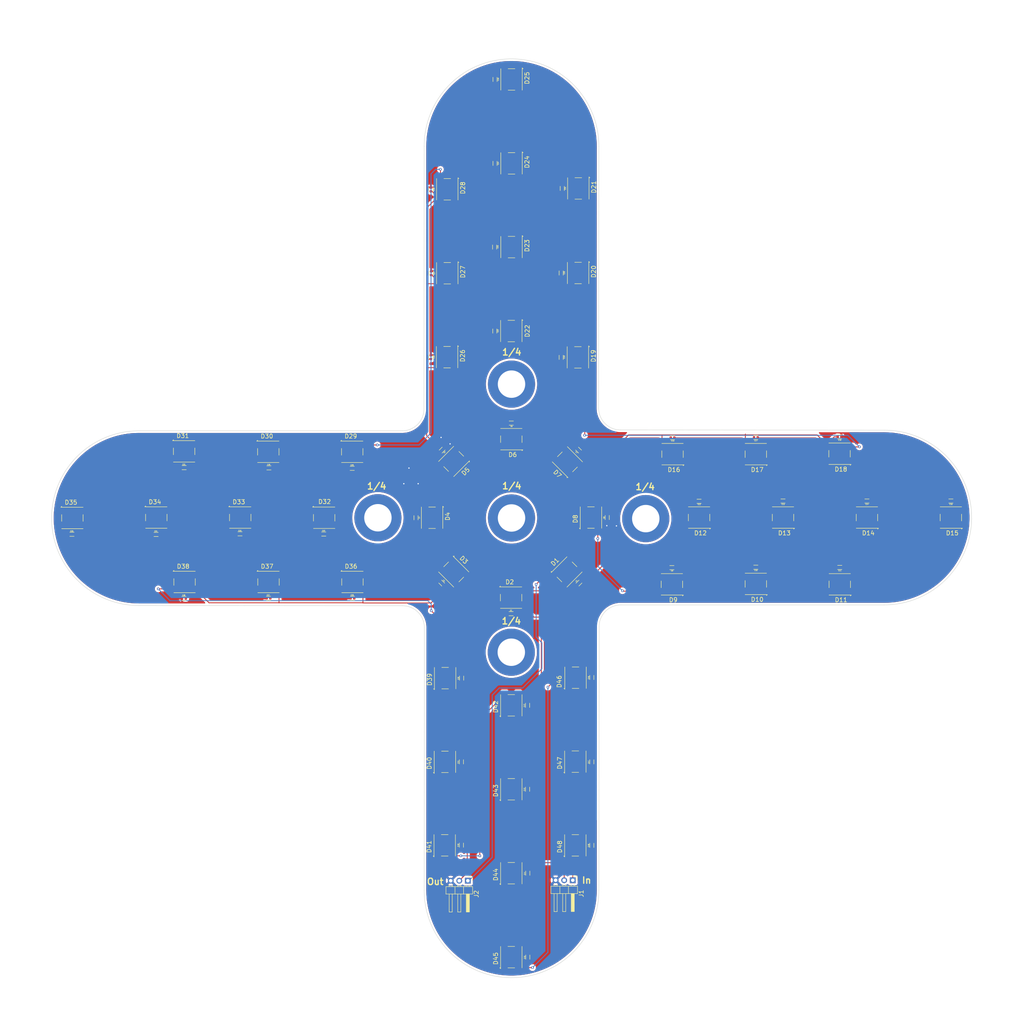
<source format=kicad_pcb>
(kicad_pcb (version 20241229) (generator "pcbnew") (generator_version "9.0")
  (title_block (date "2025-05-08"))
  (layers (0 "F.Cu" signal) (2 "B.Cu" signal) (13 "F.Paste" user) (15 "B.Paste" user) (5 "F.SilkS" user "F.Silkscreen") (7 "B.SilkS" user "B.Silkscreen") (1 "F.Mask" user) (3 "B.Mask" user) (25 "Edge.Cuts" user))
  (net 0 "")
  (net 1 "Net-(D1-DIN)")
  (net 2 "GND")
  (net 3 "Net-(D1-DOUT)")
  (net 4 "+5V")
  (net 5 "Net-(D2-DIN)")
  (net 6 "Net-(D10-DIN)")
  (net 7 "Net-(D3-DIN)")
  (net 8 "Net-(D5-DIN)")
  (net 9 "Net-(D6-DIN)")
  (net 10 "Net-(D4-DIN)")
  (net 11 "Net-(D7-DIN)")
  (net 12 "Net-(D10-DOUT)")
  (net 13 "Net-(D17-DIN)")
  (net 14 "Net-(D11-DIN)")
  (net 15 "Net-(D8-DIN)")
  (net 16 "Net-(D18-DIN)")
  (net 17 "Net-(D12-DIN)")
  (net 18 "Net-(D13-DIN)")
  (net 19 "Net-(D19-DIN)")
  (net 20 "Net-(D14-DIN)")
  (net 21 "Net-(D15-DIN)")
  (net 22 "Net-(D16-DIN)")
  (net 23 "Net-(D20-DIN)")
  (net 24 "Net-(D27-DIN)")
  (net 25 "Net-(D21-DIN)")
  (net 26 "Net-(D28-DIN)")
  (net 27 "Net-(D22-DIN)")
  (net 28 "Net-(D29-DIN)")
  (net 29 "Net-(D23-DIN)")
  (net 30 "Net-(D24-DIN)")
  (net 31 "Net-(D25-DIN)")
  (net 32 "Net-(D26-DIN)")
  (net 33 "Net-(D30-DIN)")
  (net 34 "Net-(D34-DIN)")
  (net 35 "Net-(D31-DIN)")
  (net 36 "Net-(D32-DIN)")
  (net 37 "Net-(D37-DIN)")
  (net 38 "Net-(D33-DIN)")
  (net 39 "Net-(D38-DIN)")
  (net 40 "Net-(D35-DIN)")
  (net 41 "Net-(D36-DIN)")
  (net 42 "Net-(D39-DIN)")
  (net 43 "Net-(D40-DIN)")
  (net 44 "Net-(D41-DIN)")
  (net 45 "Net-(D42-DIN)")
  (net 46 "Net-(D43-DIN)")
  (net 47 "Net-(D44-DIN)")
  (net 48 "Net-(D45-DIN)")
  (net 49 "Net-(D46-DIN)")
  (net 50 "Net-(D47-DIN)")
  (net 51 "Net-(D48-DIN)")
  (footprint "Library:NeoPixal_1655" (layer "F.Cu") (at 194.5 150.35 -90)
    (property "Reference" "D4")
    (property "Value" "1655")
  )
  (footprint "custom:CL05B104KO5NNNC" (layer "F.Cu") (at 156.3 169.15)
    (property "Reference" "C37")
    (property "Value" "C_Small")
  )
  (footprint "custom:CL05B104KO5NNNC" (layer "F.Cu") (at 156.4 138.7)
    (property "Reference" "C30")
    (property "Value" "C_Small")
  )
  (footprint "Library:NeoPixal_1655" (layer "F.Cu") (at 231.6 150.3 90)
    (property "Reference" "D8")
    (property "Value" "1655")
  )
  (footprint "custom:CL05B104KO5NNNC" (layer "F.Cu") (at 169.2 154.15)
    (property "Reference" "C32")
    (property "Value" "C_Small")
  )
  (footprint "Library:NeoPixal_1655" (layer "F.Cu") (at 226.1 137.3 135)
    (property "Reference" "D7")
    (property "Value" "1655")
  )
  (footprint "custom:CL05B104KO5NNNC" (layer "F.Cu") (at 110.4 154.2)
    (property "Reference" "C35")
    (property "Value" "C_Small")
  )
  (footprint "Library:NeoPixal_1655" (layer "F.Cu") (at 213 233.35 90)
    (property "Reference" "D44")
    (property "Value" "1655")
  )
  (footprint "custom:CL05B104KO5NNNC" (layer "F.Cu") (at 209.1 87.15 -90)
    (property "Reference" "C23")
    (property "Value" "C_Small")
  )
  (footprint "custom:CL05B104KO5NNNC" (layer "F.Cu") (at 136.55 169.2)
    (property "Reference" "C38")
    (property "Value" "C_Small")
  )
  (footprint "custom:CL05B104KO5NNNC" (layer "F.Cu") (at 149.65 154.1)
    (property "Reference" "C33")
    (property "Value" "C_Small")
  )
  (footprint "custom:CL05B104KO5NNNC" (layer "F.Cu") (at 216.8 194.15 90)
    (property "Reference" "C42")
    (property "Value" "C_Small")
  )
  (footprint "custom:CL05B104KO5NNNC" (layer "F.Cu") (at 235.4 150.3 90)
    (property "Reference" "C8")
    (property "Value" "C_Small")
  )
  (footprint "Library:NeoPixal_1655" (layer "F.Cu") (at 197.55 187.8 90)
    (property "Reference" "D39")
    (property "Value" "1655")
  )
  (footprint "Library:NeoPixal_1655" (layer "F.Cu") (at 250.65 135.5 180)
    (property "Reference" "D16")
    (property "Value" "1655")
  )
  (footprint "custom:CL05B104KO5NNNC" (layer "F.Cu") (at 216.85 233.35 90)
    (property "Reference" "C44")
    (property "Value" "C_Small")
  )
  (footprint "custom:CL05B104KO5NNNC" (layer "F.Cu") (at 212.95 172.75)
    (property "Reference" "C2")
    (property "Value" "C_Small")
  )
  (footprint "Library:NeoPixal_1655" (layer "F.Cu") (at 136.7 165.35)
    (property "Reference" "D38")
    (property "Value" "1655")
  )
  (footprint "custom:CL05B104KO5NNNC" (layer "F.Cu") (at 190.75 150.35 -90)
    (property "Reference" "C4")
    (property "Value" "C_Small")
  )
  (footprint "Library:NeoPixal_1655" (layer "F.Cu") (at 226 163 45)
    (property "Reference" "D1")
    (property "Value" "1655")
  )
  (footprint "custom:CL05B104KO5NNNC" (layer "F.Cu") (at 228.7 134.55 135)
    (property "Reference" "C7")
    (property "Value" "C_Small")
  )
  (footprint "custom:CL05B104KO5NNNC" (layer "F.Cu") (at 130.05 154.25)
    (property "Reference" "C34")
    (property "Value" "C_Small")
  )
  (footprint "Library:NeoPixal_1655" (layer "F.Cu") (at 156.3 165.35)
    (property "Reference" "D37")
    (property "Value" "1655")
  )
  (footprint "custom:CL05B104KO5NNNC" (layer "F.Cu") (at 209.2 48 -90)
    (property "Reference" "C25")
    (property "Value" "C_Small")
  )
  (footprint "Library:NeoPixal_1655" (layer "F.Cu") (at 256.85 150.3 180)
    (property "Reference" "D12")
    (property "Value" "1655")
  )
  (footprint "Library:NeoPixal_1655" (layer "F.Cu") (at 136.6 134.85)
    (property "Reference" "D31")
    (property "Value" "1655")
  )
  (footprint "custom:CL05B104KO5NNNC" (layer "F.Cu") (at 175.9 169.15)
    (property "Reference" "C36")
    (property "Value" "C_Small")
  )
  (footprint "Library:NeoPixal_1655" (layer "F.Cu") (at 213 106.75 -90)
    (property "Reference" "D22")
    (property "Value" "1655")
  )
  (footprint "Library:NeoPixal_1655" (layer "F.Cu") (at 149.7 150.3)
    (property "Reference" "D33")
    (property "Value" "1655")
  )
  (footprint "custom:CL05B104KO5NNNC" (layer "F.Cu") (at 231.8 226.85 90)
    (property "Reference" "C48")
    (property "Value" "C_Small")
  )
  (footprint "custom:CL05B104KO5NNNC" (layer "F.Cu") (at 270.1 131.6 180)
    (property "Reference" "C17")
    (property "Value" "C_Small")
  )
  (footprint "custom:CL05B104KO5NNNC" (layer "F.Cu") (at 276.45 146.45 180)
    (property "Reference" "C13")
    (property "Value" "C_Small")
  )
  (footprint "Library:NeoPixal_1655" (layer "F.Cu") (at 228 187.7 90)
    (property "Reference" "D46")
    (property "Value" "1655")
  )
  (footprint "custom:CL05B104KO5NNNC" (layer "F.Cu") (at 228.8 165.6 45)
    (property "Reference" "C1")
    (property "Value" "C_Small")
  )
  (footprint "Library:NeoPixal_1655" (layer "F.Cu") (at 250.5 165.9 180)
    (property "Reference" "D9")
    (property "Value" "1655")
  )
  (footprint "Library:NeoPixal_1655" (layer "F.Cu") (at 213 252.95 90)
    (property "Reference" "D45")
    (property "Value" "1655")
  )
  (footprint "custom:CL05B104KO5NNNC" (layer "F.Cu") (at 224.9 73.45 -90)
    (property "Reference" "C21")
    (property "Value" "C_Small")
  )
  (footprint "Library:NeoPixal_1655" (layer "F.Cu") (at 212.95 169)
    (property "Reference" "D2")
    (property "Value" "1655")
  )
  (footprint "custom:CL05B104KO5NNNC" (layer "F.Cu") (at 231.8 207.35 90)
    (property "Reference" "C47")
    (property "Value" "C_Small")
  )
  (footprint "Library:NeoPixal_1655" (layer "F.Cu") (at 156.25 134.95)
    (property "Reference" "D30")
    (property "Value" "1655")
  )
  (footprint "custom:CL05B104KO5NNNC" (layer "F.Cu") (at 201.35 207.35 90)
    (property "Reference" "C41")
    (property "Value" "C_Small")
  )
  (footprint "custom:CL05B104KO5NNNC" (layer "F.Cu") (at 201.4 187.8 90)
    (property "Reference" "C39")
    (property "Value" "C_Small")
  )
  (footprint "custom:CL05B104KO5NNNC" (layer "F.Cu") (at 256.85 146.5 180)
    (property "Reference" "C12")
    (property "Value" "C_Small")
  )
  (footprint "MountingHole:MountingHole_6.4mm_M6_DIN965_Pad" (layer "F.Cu") (at 213.05 119.15)
    (property "Reference" "REF**" (hide yes))
    (property "Value" "MountingHole_6.4mm_M6_DIN965_Pad")
  )
  (footprint "Library:NeoPixal_1655" (layer "F.Cu") (at 213.05 67.6 -90)
    (property "Reference" "D24")
    (property "Value" "1655")
  )
  (footprint "custom:CL05B104KO5NNNC" (layer "F.Cu") (at 209.15 106.75 -90)
    (property "Reference" "C22")
    (property "Value" "C_Small")
  )
  (footprint "Library:NeoPixal_1655" (layer "F.Cu") (at 270.1 165.8 180)
    (property "Reference" "D10")
    (property "Value" "1655")
  )
  (footprint "Library:NeoPixal_1655" (layer "F.Cu") (at 197.5 207.35 90)
    (property "Reference" "D40")
    (property "Value" "1655")
  )
  (footprint "Library:NeoPixal_1655" (layer "F.Cu") (at 270.1 135.5 180)
    (property "Reference" "D17")
    (property "Value" "1655")
  )
  (footprint "custom:CL05B104KO5NNNC" (layer "F.Cu") (at 194.2 73.7 -90)
    (property "Reference" "C28")
    (property "Value" "C_Small")
  )
  (footprint "Library:NeoPixal_1655" (layer "F.Cu") (at 199.55 137.2 -135)
    (property "Reference" "D5")
    (property "Value" "1655")
  )
  (footprint "Library:NeoPixal_1655" (layer "F.Cu") (at 315.65 150.3 180)
    (property "Reference" "D15")
    (property "Value" "1655")
  )
  (footprint "custom:CL05B104KO5NNNC" (layer "F.Cu") (at 194.2 112.85 -90)
    (property "Reference" "C26")
    (property "Value" "C_Small")
  )
  (footprint "custom:CL05B104KO5NNNC" (layer "F.Cu") (at 216.85 252.95 90)
    (property "Reference" "C45")
    (property "Value" "C_Small")
  )
  (footprint "custom:CL05B104KO5NNNC" (layer "F.Cu") (at 250.5 162 180)
    (property "Reference" "C9")
    (property "Value" "C_Small")
  )
  (footprint "custom:CL05B104KO5NNNC" (layer "F.Cu") (at 209.2 67.6 -90)
    (property "Reference" "C24")
    (property "Value" "C_Small")
  )
  (footprint "Library:NeoPixal_1655" (layer "F.Cu") (at 227.95 226.85 90)
    (property "Reference" "D48")
    (property "Value" "1655")
  )
  (footprint "Library:NeoPixal_1655" (layer "F.Cu") (at 213.05 87.15 -90)
    (property "Reference" "D23")
    (property "Value" "1655")
  )
  (footprint "Library:NeoPixal_1655" (layer "F.Cu") (at 198.05 73.65 -90)
    (property "Reference" "D28")
    (property "Value" "1655")
  )
  (footprint "custom:CL05B104KO5NNNC" (layer "F.Cu") (at 136.6 138.65)
    (property "Reference" "C31")
    (property "Value" "C_Small")
  )
  (footprint "MountingHole:MountingHole_6.4mm_M6_DIN965_Pad" (layer "F.Cu") (at 213 181.75)
    (property "Reference" "REF**" (hide yes))
    (property "Value" "MountingHole_6.4mm_M6_DIN965_Pad")
  )
  (footprint "Library:NeoPixal_1655" (layer "F.Cu") (at 213.05 48 -90)
    (property "Reference" "D25")
    (property "Value" "1655")
  )
  (footprint "Library:NeoPixal_1655" (layer "F.Cu") (at 296.05 150.3 180)
    (property "Reference" "D14")
    (property "Value" "1655")
  )
  (footprint "Library:NeoPixal_1655" (layer "F.Cu") (at 213 132 180)
    (property "Reference" "D6")
    (property "Value" "1655")
  )
  (footprint "Library:NeoPixal_1655" (layer "F.Cu") (at 110.5 150.4)
    (property "Reference" "D35")
    (property "Value" "1655")
  )
  (footprint "Library:NeoPixal_1655" (layer "F.Cu") (at 276.45 150.3 180)
    (property "Reference" "D13")
    (property "Value" "1655")
  )
  (footprint "Library:NeoPixal_1655" (layer "F.Cu") (at 175.85 134.95)
    (property "Reference" "D29")
    (property "Value" "1655")
  )
  (footprint "custom:CL05B104KO5NNNC" (layer "F.Cu") (at 196.85 134.55 -135)
    (property "Reference" "C5")
    (property "Value" "C_Small")
  )
  (footprint "Library:NeoPixal_1655" (layer "F.Cu") (at 289.7 165.9 180)
    (property "Reference" "D11")
    (property "Value" "1655")
  )
  (footprint "custom:CL05B104KO5NNNC" (layer "F.Cu") (at 250.65 131.65 180)
    (property "Reference" "C16")
    (property "Value" "C_Small")
  )
  (footprint "MountingHole:MountingHole_6.4mm_M6_DIN965_Pad" (layer "F.Cu") (at 244.4 150.55 180)
    (property "Reference" "REF**" (hide yes))
    (property "Value" "MountingHole_6.4mm_M6_DIN965_Pad")
  )
  (footprint "Library:NeoPixal_1655" (layer "F.Cu") (at 199.55 163 -45)
    (property "Reference" "D3")
    (property "Value" "1655")
  )
  (footprint "MountingHole:MountingHole_6.4mm_M6_DIN965_Pad" (layer "F.Cu") (at 213.05 150.4)
    (property "Reference" "REF**" (hide yes))
    (property "Value" "MountingHole_6.4mm_M6_DIN965_Pad")
  )
  (footprint "Library:NeoPixal_1655" (layer "F.Cu") (at 228.6 93.2 -90)
    (property "Reference" "D20")
    (property "Value" "1655")
  )
  (footprint "Library:NeoPixal_1655" (layer "F.Cu") (at 227.95 207.3 90)
    (property "Reference" "D47")
    (property "Value" "1655")
  )
  (footprint "Library:NeoPixal_1655" (layer "F.Cu") (at 198.05 93.25 -90)
    (property "Reference" "D27")
    (property "Value" "1655")
  )
  (footprint "Connector_PinHeader_2.00mm:PinHeader_1x03_P2.00mm_Horizontal" (layer "F.Cu") (at 202.85 235.1 -90)
    (property "Reference" "J2")
    (property "Value" "Conn_01x03_Pin")
  )
  (footprint "Library:NeoPixal_1655" (layer "F.Cu") (at 228.55 112.9 -90)
    (property "Reference" "D19")
    (property "Value" "1655")
  )
  (footprint "custom:CL05B104KO5NNNC" (layer "F.Cu") (at 296.05 146.45 180)
    (property "Reference" "C14")
    (property "Value" "C_Small")
  )
  (footprint "Library:NeoPixal_1655" (layer "F.Cu") (at 198 112.85 -90)
    (property "Reference" "D26")
    (property "Value" "1655")
  )
  (footprint "custom:CL05B104KO5NNNC" (layer "F.Cu") (at 175.85 138.8)
    (property "Reference" "C29")
    (property "Value" "C_Small")
  )
  (footprint "custom:CL05B104KO5NNNC" (layer "F.Cu") (at 270.1 161.9 180)
    (property "Reference" "C10")
    (property "Value" "C_Small")
  )
  (footprint "Library:NeoPixal_1655" (layer "F.Cu") (at 197.45 226.84 90)
    (property "Reference" "D41")
    (property "Value" "1655")
  )
  (footprint "custom:CL05B104KO5NNNC" (layer "F.Cu") (at 224.65 112.9 -90)
    (property "Reference" "C19")
    (property "Value" "C_Small")
  )
  (footprint "custom:CL05B104KO5NNNC" (layer "F.Cu") (at 224.65 93.2 -90)
    (property "Reference" "C20")
    (property "Value" "C_Small")
  )
  (footprint "custom:CL05B104KO5NNNC" (layer "F.Cu") (at 213 128.25 180)
    (property "Reference" "C6")
    (property "Value" "C_Small")
  )
  (footprint "Library:NeoPixal_1655" (layer "F.Cu") (at 130.1 150.3)
    (property "Reference" "D34")
    (property "Value" "1655")
  )
  (footprint "Connector_PinHeader_2.00mm:PinHeader_1x03_P2.00mm_Horizontal" (layer "F.Cu") (at 227.35 235 -90)
    (property "Reference" "J1")
    (property "Value" "Conn_01x03_Pin")
  )
  (footprint "custom:CL05B104KO5NNNC" (layer "F.Cu") (at 315.65 146.45 180)
    (property "Reference" "C15")
    (property "Value" "C_Small")
  )
  (footprint "Library:NeoPixal_1655" (layer "F.Cu") (at 175.9 165.35)
    (property "Reference" "D36")
    (property "Value" "1655")
  )
  (footprint "Library:NeoPixal_1655" (layer "F.Cu") (at 169.3 150.35)
    (property "Reference" "D32")
    (property "Value" "1655")
  )
  (footprint "custom:CL05B104KO5NNNC" (layer "F.Cu") (at 194.3 93.25 -90)
    (property "Reference" "C27")
    (property "Value" "C_Small")
  )
  (footprint "Library:NeoPixal_1655" (layer "F.Cu") (at 228.65 73.45 -90)
    (property "Reference" "D21")
    (property "Value" "1655")
  )
  (footprint "custom:CL05B104KO5NNNC" (layer "F.Cu") (at 201.35 226.8 90)
    (property "Reference" "C40")
    (property "Value" "C_Small")
  )
  (footprint "MountingHole:MountingHole_6.4mm_M6_DIN965_Pad" (layer "F.Cu") (at 181.85 150.35)
    (property "Reference" "REF**" (hide yes))
    (property "Value" "MountingHole_6.4mm_M6_DIN965_Pad")
  )
  (footprint "custom:CL05B104KO5NNNC" (layer "F.Cu") (at 216.8 213.75 90)
    (property "Reference" "C43")
    (property "Value" "C_Small")
  )
  (footprint "custom:CL05B104KO5NNNC" (layer "F.Cu") (at 196.75 165.6 -45)
    (property "Reference" "C3")
    (property "Value" "C_Small")
  )
  (footprint "Library:NeoPixal_1655" (layer "F.Cu") (at 289.65 135.4 180)
    (property "Reference" "D18")
    (property "Value" "1655")
  )
  (footprint "custom:CL05B104KO5NNNC" (layer "F.Cu") (at 289.7 161.95 180)
    (property "Reference" "C11")
    (property "Value" "C_Small")
  )
  (footprint "Library:NeoPixal_1655" (layer "F.Cu") (at 213 194.15 90)
    (property "Reference" "D42")
    (property "Value" "1655")
  )
  (footprint "Library:NeoPixal_1655" (layer "F.Cu") (at 213 213.75 90)
    (property "Reference" "D43")
    (property "Value" "1655")
  )
  (footprint "custom:CL05B104KO5NNNC" (layer "F.Cu") (at 231.8 187.65 90)
    (property "Reference" "C46")
    (property "Value" "C_Small")
  )
  (footprint "custom:CL05B104KO5NNNC" (layer "F.Cu") (at 289.65 131.45 180)
    (property "Reference" "C18")
    (property "Value" "C_Small")
  )
  (gr_arc (start 126.05 170.85) (mid 105.65 150.45) (end 126.05 130.05) (stroke (width 0.1)) (layer "Edge.Cuts"))
  (gr_arc (start 233.45 237.35) (mid 213.05 257.75) (end 192.65 237.35) (stroke (width 0.1)) (layer "Edge.Cuts"))
  (gr_line (start 187.593755 170.9) (end 126.05 170.85) (stroke (width 0.1)) (layer "Edge.Cuts"))
  (gr_arc (start 233.506245 175.8) (mid 235 172.193755) (end 238.606245 170.7) (stroke (width 0.1)) (layer "Edge.Cuts"))
  (gr_arc (start 192.649755 63.600245) (mid 213.05 43.2) (end 233.450245 63.600245) (stroke (width 0.1)) (layer "Edge.Cuts"))
  (gr_line (start 300.1 129.9) (end 238.506245 129.843755) (stroke (width 0.1)) (layer "Edge.Cuts"))
  (gr_line (start 300.1 170.7) (end 238.606245 170.7) (stroke (width 0.1)) (layer "Edge.Cuts"))
  (gr_line (start 233.406245 124.75) (end 233.450245 63.600245) (stroke (width 0.1)) (layer "Edge.Cuts"))
  (gr_arc (start 192.6 124.95) (mid 191.106245 128.556245) (end 187.5 130.05) (stroke (width 0.1)) (layer "Edge.Cuts"))
  (gr_line (start 192.65 237.35) (end 192.693755 176) (stroke (width 0.1)) (layer "Edge.Cuts"))
  (gr_arc (start 238.506245 129.843755) (mid 234.898185 128.351847) (end 233.406245 124.7438) (stroke (width 0.1)) (layer "Edge.Cuts"))
  (gr_line (start 233.450245 237.349755) (end 233.506245 175.8) (stroke (width 0.1)) (layer "Edge.Cuts"))
  (gr_arc (start 187.593755 170.9) (mid 191.2 172.393755) (end 192.693755 176) (stroke (width 0.1)) (layer "Edge.Cuts"))
  (gr_arc (start 300.1 129.9) (mid 320.5 150.3) (end 300.1 170.7) (stroke (width 0.1)) (layer "Edge.Cuts"))
  (gr_line (start 187.5 130.05) (end 126.05 130.05) (stroke (width 0.1)) (layer "Edge.Cuts"))
  (gr_line (start 192.601217 124.95) (end 192.649755 63.600245) (stroke (width 0.1)) (layer "Edge.Cuts"))
  (gr_text "1/4" (at 179.15 143.85 0) (layer "F.SilkS") (effects (font (size 1.5 1.5) (thickness 0.3) (bold yes)) (justify left bottom)))
  (gr_text "1/4" (at 241.85 144 0) (layer "F.SilkS") (effects (font (size 1.5 1.5) (thickness 0.3) (bold yes)) (justify left bottom)))
  (gr_text "In" (at 229.35 235.9 0) (layer "F.SilkS") (effects (font (size 1.5 1.5) (thickness 0.3) (bold yes)) (justify left bottom)))
  (gr_text "1/4" (at 210.6 175.35 0) (layer "F.SilkS") (effects (font (size 1.5 1.5) (thickness 0.3) (bold yes)) (justify left bottom)))
  (gr_text "1/4" (at 210.7 112.55 0) (layer "F.SilkS") (effects (font (size 1.5 1.5) (thickness 0.3) (bold yes)) (justify left bottom)))
  (gr_text "Out" (at 193.15 236.2 0) (layer "F.SilkS") (effects (font (size 1.5 1.5) (thickness 0.3) (bold yes)) (justify left bottom)))
  (gr_text "1/4" (at 210.7 143.8 0) (layer "F.SilkS") (effects (font (size 1.5 1.5) (thickness 0.3) (bold yes)) (justify left bottom)))
  (segment (start 223.862741 167.4) (end 225.398959 165.863782) (width 0.2) (layer "F.Cu") (net 1))
  (segment (start 215.4 167.4) (end 223.862741 167.4) (width 0.2) (layer "F.Cu") (net 1))
  (via (at 187.9 142.4) (size 0.6) (drill 0.3) (layers "F.Cu" "B.Cu") (net 2))
  (via (at 196.6 131.6) (size 0.6) (drill 0.3) (layers "F.Cu" "B.Cu") (net 2))
  (via (at 189.1 138.75) (size 0.6) (drill 0.3) (layers "F.Cu" "B.Cu") (net 2))
  (via (at 191.25 142.4) (size 0.6) (drill 0.3) (layers "F.Cu" "B.Cu") (net 2))
  (via (at 237.55 152.25) (size 0.6) (drill 0.3) (layers "F.Cu" "B.Cu") (net 2))
  (via (at 235.3 152.2) (size 0.6) (drill 0.3) (layers "F.Cu" "B.Cu") (net 2))
  (via (at 198.7 133.1) (size 0.6) (drill 0.3) (layers "F.Cu" "B.Cu") (net 2))
  (segment (start 226.601041 160.136218) (end 224.563782 160.136218) (width 0.2) (layer "F.Cu") (net 3))
  (segment (start 218.8 165.9) (end 224.563782 160.136218) (width 0.2) (layer "F.Cu") (net 3))
  (via (at 218.8 165.9) (size 0.6) (drill 0.3) (layers "F.Cu" "B.Cu") (net 3))
  (segment (start 210.2 190.1) (end 208.55 191.75) (width 0.2) (layer "B.Cu") (net 3))
  (segment (start 208.55 191.75) (end 208.55 229.65) (width 0.2) (layer "B.Cu") (net 3))
  (segment (start 220.15 185.6) (end 215.65 190.1) (width 0.2) (layer "B.Cu") (net 3))
  (segment (start 208.55 229.65) (end 203.1 235.1) (width 0.2) (layer "B.Cu") (net 3))
  (segment (start 220.15 179.55) (end 220.15 185.6) (width 0.2) (layer "B.Cu") (net 3))
  (segment (start 215.65 190.1) (end 210.2 190.1) (width 0.2) (layer "B.Cu") (net 3))
  (segment (start 218.8 165.9) (end 218.8 178.2) (width 0.2) (layer "B.Cu") (net 3))
  (segment (start 218.8 178.2) (end 220.15 179.55) (width 0.2) (layer "B.Cu") (net 3))
  (segment (start 203.1 235.1) (end 202.85 235.1) (width 0.2) (layer "B.Cu") (net 3))
  (segment (start 177.05 157.15) (end 189.65 157.15) (width 0.2) (layer "F.Cu") (net 4))
  (segment (start 232.749 205.05) (end 232.749 185.25) (width 0.2) (layer "F.Cu") (net 4))
  (segment (start 293.65 145.6) (end 310.1 145.6) (width 0.2) (layer "F.Cu") (net 4))
  (segment (start 293.6 148.7) (end 293.6 145.65) (width 0.2) (layer "F.Cu") (net 4))
  (segment (start 178.3 136.55) (end 178.3 140.15) (width 0.2) (layer "F.Cu") (net 4))
  (segment (start 171.8 155.45) (end 152.25 155.45) (width 0.2) (layer "F.Cu") (net 4))
  (segment (start 193.343935 115.3) (end 193.293935 115.25) (width 0.2) (layer "F.Cu") (net 4))
  (segment (start 171.75 151.95) (end 171.75 155.4) (width 0.2) (layer "F.Cu") (net 4))
  (segment (start 176.28 138.8) (end 176.28 138.57) (width 0.2) (layer "F.Cu") (net 4))
  (segment (start 202.75 173.15) (end 202.75 185.3) (width 0.2) (layer "F.Cu") (net 4))
  (segment (start 130.48 154.25) (end 132.55 152.18) (width 0.2) (layer "F.Cu") (net 4))
  (segment (start 142.4 170.2) (end 139.15 166.95) (width 0.2) (layer "F.Cu") (net 4))
  (segment (start 218.15 211.3) (end 218.2 211.25) (width 0.2) (layer "F.Cu") (net 4))
  (segment (start 196 133.95) (end 194.425 135.525) (width 0.2) (layer "F.Cu") (net 4))
  (segment (start 287.25 164.3) (end 289.27 162.28) (width 0.2) (layer "F.Cu") (net 4))
  (segment (start 232.749 204.9) (end 232.749 205.05) (width 0.2) (layer "F.Cu") (net 4))
  (segment (start 227.835178 132.1) (end 227.85 132.1) (width 0.2) (layer "F.Cu") (net 4))
  (segment (start 214.83 250.5) (end 214.6 250.5) (width 0.2) (layer "F.Cu") (net 4))
  (segment (start 225.35 232.5) (end 223.75 230.9) (width 0.2) (layer "F.Cu") (net 4))
  (segment (start 193.292688 113.75) (end 193.277684 95.7) (width 0.2) (layer "F.Cu") (net 4))
  (segment (start 197.05 167.45) (end 202.75 173.15) (width 0.2) (layer "F.Cu") (net 4))
  (segment (start 310.1 145.6) (end 313.2 148.7) (width 0.2) (layer "F.Cu") (net 4))
  (segment (start 288.4 131.45) (end 289.22 131.45) (width 0.2) (layer "F.Cu") (net 4))
  (segment (start 197 167.4) (end 197.05 167.45) (width 0.2) (layer "F.Cu") (net 4))
  (segment (start 222.3 173.55) (end 229.575 166.275) (width 0.2) (layer "F.Cu") (net 4))
  (segment (start 208.2 109.2) (end 208.2 113.75) (width 0.2) (layer "F.Cu") (net 4))
  (segment (start 178.4 140.25) (end 177.85 140.25) (width 0.2) (layer "F.Cu") (net 4))
  (segment (start 229.104056 165.295944) (end 229.104056 162.639233) (width 0.2) (layer "F.Cu") (net 4))
  (segment (start 236.4 144.05) (end 236.4 140.65) (width 0.2) (layer "F.Cu") (net 4))
  (segment (start 216.62 213.32) (end 214.6 211.3) (width 0.2) (layer "F.Cu") (net 4))
  (segment (start 208.2 89.45) (end 208.2 89.25) (width 0.2) (layer "F.Cu") (net 4))
  (segment (start 193.250793 129.850851) (end 193.243935 121.6) (width 0.2) (layer "F.Cu") (net 4))
  (segment (start 209.2 68.03) (end 209.43 68.03) (width 0.2) (layer "F.Cu") (net 4))
  (segment (start 156.73 169.15) (end 156.73 168.97) (width 0.2) (layer "F.Cu") (net 4))
  (segment (start 152.15 151.9) (end 152.15 155.35) (width 0.2) (layer "F.Cu") (net 4))
  (segment (start 202.7 204.85) (end 202.7 224.4) (width 0.2) (layer "F.Cu") (net 4))
  (segment (start 287.2 132.65) (end 287.2 133.8) (width 0.2) (layer "F.Cu") (net 4))
  (segment (start 178.3 140.15) (end 178.4 140.25) (width 0.2) (layer "F.Cu") (net 4))
  (segment (start 274 148.7) (end 274 145.6) (width 0.2) (layer "F.Cu") (net 4))
  (segment (start 274 148.7) (end 276.02 146.68) (width 0.2) (layer "F.Cu") (net 4))
  (segment (start 256.42 146.68) (end 254.4 148.7) (width 0.2) (layer "F.Cu") (net 4))
  (segment (start 208.2 89.25) (end 208.2 109.2) (width 0.2) (layer "F.Cu") (net 4))
  (segment (start 136.98 169.12) (end 139.15 166.95) (width 0.2) (layer "F.Cu") (net 4))
  (segment (start 193.267168 77.982832) (end 195.15 76.1) (width 0.2) (layer "F.Cu") (net 4))
  (segment (start 236.4 147.85) (end 236.4 144.05) (width 0.2) (layer "F.Cu") (net 4))
  (segment (start 194.425 135.539823) (end 194.425 135.525) (width 0.2) (layer "F.Cu") (net 4))
  (segment (start 178.35 170.25) (end 194.25 170.25) (width 0.2) (layer "F.Cu") (net 4))
  (segment (start 194.2 113.28) (end 193.762688 113.28) (width 0.2) (layer "F.Cu") (net 4))
  (segment (start 267.65 133.62) (end 269.67 131.6) (width 0.2) (layer "F.Cu") (net 4))
  (segment (start 214.6 191.7) (end 218.15 191.7) (width 0.2) (layer "F.Cu") (net 4))
  (segment (start 196.45 95.7) (end 193.277684 95.7) (width 0.2) (layer "F.Cu") (net 4))
  (segment (start 249.85 145.6) (end 248.3 144.05) (width 0.2) (layer "F.Cu") (net 4))
  (segment (start 229.55 223.299) (end 229.55 224.4) (width 0.2) (layer "F.Cu") (net 4))
  (segment (start 254.4 145.6) (end 274 145.6) (width 0.2) (layer "F.Cu") (net 4))
  (segment (start 177.85 140.25) (end 158.85 140.25) (width 0.2) (layer "F.Cu") (net 4))
  (segment (start 225.35 235) (end 225.35 232.5) (width 0.2) (layer "F.Cu") (net 4))
  (segment (start 201.17 187.37) (end 199.15 185.35) (width 0.2) (layer "F.Cu") (net 4))
  (segment (start 196.4 115.3) (end 193.343935 115.3) (width 0.2) (layer "F.Cu") (net 4))
  (segment (start 267.65 164.2) (end 267.65 159.55) (width 0.2) (layer "F.Cu") (net 4))
  (segment (start 287.2 132.65) (end 288.4 131.45) (width 0.2) (layer "F.Cu") (net 4))
  (segment (start 150.08 154.1) (end 150.08 153.97) (width 0.2) (layer "F.Cu") (net 4))
  (segment (start 247.95 159.45) (end 248.05 159.55) (width 0.2) (layer "F.Cu") (net 4))
  (segment (start 232.749 185.25) (end 232.749 169.449) (width 0.2) (layer "F.Cu") (net 4))
  (segment (start 250.22 131.65) (end 250.22 131.88) (width 0.2) (layer "F.Cu") (net 4))
  (segment (start 176.33 168.97) (end 178.35 166.95) (width 0.2) (layer "F.Cu") (net 4))
  (segment (start 202.8 127.15) (end 196 133.95) (width 0.2) (layer "F.Cu") (net 4))
  (segment (start 202.7 185.35) (end 202.7 204.85) (width 0.2) (layer "F.Cu") (net 4))
  (segment (start 158.75 166.95) (end 158.75 170.2) (width 0.2) (layer "F.Cu") (net 4))
  (segment (start 197 167.4) (end 198.614823 167.4) (width 0.2) (layer "F.Cu") (net 4))
  (segment (start 216.8 193.72) (end 216.62 193.72) (width 0.2) (layer "F.Cu") (net 4))
  (segment (start 227 95.65) (end 222.95 95.65) (width 0.2) (layer "F.Cu") (net 4))
  (segment (start 211.45 89.6) (end 208.35 89.6) (width 0.2) (layer "F.Cu") (net 4))
  (segment (start 156.83 138.7) (end 156.83 138.42) (width 0.2) (layer "F.Cu") (net 4))
  (segment (start 189.65 160.05) (end 197 167.4) (width 0.2) (layer "F.Cu") (net 4))
  (segment (start 254.4 145.6) (end 249.85 145.6) (width 0.2) (layer "F.Cu") (net 4))
  (segment (start 250.22 131.88) (end 248.2 133.9) (width 0.2) (layer "F.Cu") (net 4))
  (segment (start 218.2 230.95) (end 218.2 246.9) (width 0.2) (layer "F.Cu") (net 4))
  (segment (start 199.05 224.39) (end 202.69 224.39) (width 0.2) (layer "F.Cu") (net 4))
  (segment (start 209.1 87.58) (end 209.43 87.58) (width 0.2) (layer "F.Cu") (net 4))
  (segment (start 210.55 130.4) (end 210.55 127.15) (width 0.2) (layer "F.Cu") (net 4))
  (segment (start 202.7 233.25) (end 200.85 235.1) (width 0.2) (layer "F.Cu") (net 4))
  (segment (start 150.08 153.97) (end 152.15 151.9) (width 0.2) (layer "F.Cu") (net 4))
  (segment (start 136.98 169.2) (end 136.98 169.12) (width 0.2) (layer "F.Cu") (net 4))
  (segment (start 217.85 230.9) (end 218.15 230.9) (width 0.2) (layer "F.Cu") (net 4))
  (segment (start 222.95 80) (end 227.05 75.9) (width 0.2) (layer "F.Cu") (net 4))
  (segment (start 236.4 159.45) (end 247.95 159.45) (width 0.2) (layer "F.Cu") (net 4))
  (segment (start 233.2 147.85) (end 236.4 147.85) (width 0.2) (layer "F.Cu") (net 4))
  (segment (start 201.35 206.92) (end 201.12 206.92) (width 0.2) (layer "F.Cu") (net 4))
  (segment (start 227.05 75.9) (end 225.03 73.88) (width 0.2) (layer "F.Cu") (net 4))
  (segment (start 208.25 70.05) (end 208.2 70) (width 0.2) (layer "F.Cu") (net 4))
  (segment (start 158.7 136.55) (end 158.7 140.1) (width 0.2) (layer "F.Cu") (net 4))
  (segment (start 293.6 148.47) (end 295.62 146.45) (width 0.2) (layer "F.Cu") (net 4))
  (segment (start 132.55 155.45) (end 116.4 155.45) (width 0.2) (layer "F.Cu") (net 4))
  (segment (start 225.689234 134.245944) (end 225.49896 134.436218) (width 0.2) (layer "F.Cu") (net 4))
  (segment (start 201.03 226.37) (end 201.35 226.37) (width 0.2) (layer "F.Cu") (net 4))
  (segment (start 175.35 155.45) (end 177.05 157.15) (width 0.2) (layer "F.Cu") (net 4))
  (segment (start 209.38 107.18) (end 211.4 109.2) (width 0.2) (layer "F.Cu") (net 4))
  (segment (start 116.4 155.45) (end 112.95 152) (width 0.2) (layer "F.Cu") (net 4))
  (segment (start 214.6 230.9) (end 217.85 230.9) (width 0.2) (layer "F.Cu") (net 4))
  (segment (start 222.95 115.25) (end 222.95 95.65) (width 0.2) (layer "F.Cu") (net 4))
  (segment (start 177.85 140.25) (end 189.6 140.25) (width 0.2) (layer "F.Cu") (net 4))
  (segment (start 193.277684 95.7) (end 193.267168 83.049529) (width 0.2) (layer "F.Cu") (net 4))
  (segment (start 229.6 185.25) (end 232.749 185.25) (width 0.2) (layer "F.Cu") (net 4))
  (segment (start 137.03 138.47) (end 139.05 136.45) (width 0.2) (layer "F.Cu") (net 4))
  (segment (start 158.75 170.2) (end 142.4 170.2) (width 0.2) (layer "F.Cu") (net 4))
  (segment (start 201.4 187.37) (end 201.17 187.37) (width 0.2) (layer "F.Cu") (net 4))
  (segment (start 315.22 146.68) (end 315.22 146.45) (width 0.2) (layer "F.Cu") (net 4))
  (segment (start 229.9 134.15) (end 237.25 134.15) (width 0.2) (layer "F.Cu") (net 4))
  (segment (start 250.07 162.28) (end 248.05 164.3) (width 0.2) (layer "F.Cu") (net 4))
  (segment (start 205.85 127.15) (end 202.8 127.15) (width 0.2) (layer "F.Cu") (net 4))
  (segment (start 176.28 138.57) (end 178.3 136.55) (width 0.2) (layer "F.Cu") (net 4))
  (segment (start 178.3 170.2) (end 158.75 170.2) (width 0.2) (layer "F.Cu") (net 4))
  (segment (start 231.175 164.675) (end 236.4 159.45) (width 0.2) (layer "F.Cu") (net 4))
  (segment (start 209.43 68.03) (end 211.45 70.05) (width 0.2) (layer "F.Cu") (net 4))
  (segment (start 190.88 150.78) (end 192.9 152.8) (width 0.2) (layer "F.Cu") (net 4))
  (segment (start 269.67 162.18) (end 267.65 164.2) (width 0.2) (layer "F.Cu") (net 4))
  (segment (start 171.8 155.45) (end 175.35 155.45) (width 0.2) (layer "F.Cu") (net 4))
  (segment (start 190.75 150.78) (end 190.88 150.78) (width 0.2) (layer "F.Cu") (net 4))
  (segment (start 274 145.6) (end 293.65 145.6) (width 0.2) (layer "F.Cu") (net 4))
  (segment (start 250.07 162) (end 250.07 162.28) (width 0.2) (layer "F.Cu") (net 4))
  (segment (start 293.6 145.65) (end 293.65 145.6) (width 0.2) (layer "F.Cu") (net 4))
  (segment (start 248.3 144.05) (end 236.4 144.05) (width 0.2) (layer "F.Cu") (net 4))
  (segment (start 225.49896 134.436218) (end 227.835178 132.1) (width 0.2) (layer "F.Cu") (net 4))
  (segment (start 289.27 162.28) (end 289.27 161.95) (width 0.2) (layer "F.Cu") (net 4))
  (segment (start 223 115.35) (end 222.95 115.4) (width 0.2) (layer "F.Cu") (net 4))
  (segment (start 178.3 170.2) (end 178.35 170.25) (width 0.2) (layer "F.Cu") (net 4))
  (segment (start 201.12 206.92) (end 199.1 204.9) (width 0.2) (layer "F.Cu") (net 4))
  (segment (start 199.05 224.39) (end 201.03 226.37) (width 0.2) (layer "F.Cu") (net 4))
  (segment (start 237.25 134.15) (end 240.401 130.999) (width 0.2) (layer "F.Cu") (net 4))
  (segment (start 192.9 152.8) (end 189.65 152.8) (width 0.2) (layer "F.Cu") (net 4))
  (segment (start 211.45 70.05) (end 208.25 70.05) (width 0.2) (layer "F.Cu") (net 4))
  (segment (start 256.42 146.5) (end 256.42 146.68) (width 0.2) (layer "F.Cu") (net 4))
  (segment (start 132.55 151.9) (end 132.55 155.45) (width 0.2) (layer "F.Cu") (net 4))
  (segment (start 236.4 159.45) (end 236.4 147.85) (width 0.2) (layer "F.Cu") (net 4))
  (segment (start 213.38 172.75) (end 213.38 172.62) (width 0.2) (layer "F.Cu") (net 4))
  (segment (start 231.57 187.22) (end 229.6 185.25) (width 0.2) (layer "F.Cu") (net 4))
  (segment (start 282.5 159.55) (end 287.25 164.3) (width 0.2) (layer "F.Cu") (net 4))
  (segment (start 267.65 133.9) (end 267.65 133.62) (width 0.2) (layer "F.Cu") (net 4))
  (segment (start 229.575 166.275) (end 231.175 164.675) (width 0.2) (layer "F.Cu") (net 4))
  (segment (start 169.63 154.07) (end 171.75 151.95) (width 0.2) (layer "F.Cu") (net 4))
  (segment (start 224.65 93.63) (end 224.98 93.63) (width 0.2) (layer "F.Cu") (net 4))
  (segment (start 152.25 155.45) (end 132.55 155.45) (width 0.2) (layer "F.Cu") (net 4))
  (segment (start 231.62 206.92) (end 229.55 204.85) (width 0.2) (layer "F.Cu") (net 4))
  (segment (start 199.1 204.9) (end 202.65 204.9) (width 0.2) (layer "F.Cu") (net 4))
  (segment (start 193.267168 83.049529) (end 193.267168 77.982832) (width 0.2) (layer "F.Cu") (net 4))
  (segment (start 231.8 187.22) (end 231.57 187.22) (width 0.2) (layer "F.Cu") (net 4))
  (segment (start 269.67 161.9) (end 269.67 162.18) (width 0.2) (layer "F.Cu") (net 4))
  (segment (start 194.48 74.13) (end 194.2 74.13) (width 0.2) (layer "F.Cu") (net 4))
  (segment (start 199.15 185.35) (end 202.7 185.35) (width 0.2) (layer "F.Cu") (net 4))
  (segment (start 193.243935 115.3) (end 193.293935 115.25) (width 0.2) (layer "F.Cu") (net 4))
  (segment (start 198.614823 167.4) (end 200.151041 165.863782) (width 0.2) (layer "F.Cu") (net 4))
  (segment (start 209.15 107.18) (end 209.38 107.18) (width 0.2) (layer "F.Cu") (net 4))
  (segment (start 216.62 193.72) (end 214.6 191.7) (width 0.2) (layer "F.Cu") (net 4))
  (segment (start 137.03 138.65) (end 137.03 138.47) (width 0.2) (layer "F.Cu") (net 4))
  (segment (start 193.293935 115.25) (end 193.292688 113.75) (width 0.2) (layer "F.Cu") (net 4))
  (segment (start 293.6 148.7) (end 293.6 148.47) (width 0.2) (layer "F.Cu") (net 4))
  (segment (start 313.2 148.7) (end 315.22 146.68) (width 0.2) (layer "F.Cu") (net 4))
  (segment (start 209.43 48.43) (end 209.2 48.43) (width 0.2) (layer "F.Cu") (net 4))
  (segment (start 215.4 170.6) (end 215.4 170.65) (width 0.2) (layer "F.Cu") (net 4))
  (segment (start 189.65 140.3) (end 189.65 152.8) (width 0.2) (layer "F.Cu") (net 4))
  (segment (start 232.749 169.449) (end 229.575 166.275) (width 0.2) (layer "F.Cu") (net 4))
  (segment (start 248.05 159.55) (end 267.65 159.55) (width 0.2) (layer "F.Cu") (net 4))
  (segment (start 235.22 149.87) (end 233.2 147.85) (width 0.2) (layer "F.Cu") (net 4))
  (segment (start 229.55 224.4) (end 229.78 224.4) (width 0.2) (layer "F.Cu") (net 4))
  (segment (start 267.65 133.9) (end 267.65 130.8) (width 0.2) (layer "F.Cu") (net 4))
  (segment (start 220 173.55) (end 222.3 173.55) (width 0.2) (layer "F.Cu") (net 4))
  (segment (start 231.8 206.92) (end 231.62 206.92) (width 0.2) (layer "F.Cu") (net 4))
  (segment (start 196.686218 137.801041) (end 194.425 135.539823) (width 0.2) (layer "F.Cu") (net 4))
  (segment (start 231.139823 164.675) (end 231.175 164.675) (width 0.2) (layer "F.Cu") (net 4))
  (segment (start 211.45 50.45) (end 209.43 48.43) (width 0.2) (layer "F.Cu") (net 4))
  (segment (start 216.85 232.92) (end 214.83 230.9) (width 0.2) (layer "F.Cu") (net 4))
  (segment (start 209.43 87.58) (end 211.45 89.6) (width 0.2) (layer "F.Cu") (net 4))
  (segment (start 189.6 140.25) (end 189.65 140.3) (width 0.2) (layer "F.Cu") (net 4))
  (segment (start 232.699 204.85) (end 232.749 204.9) (width 0.2) (layer "F.Cu") (net 4))
  (segment (start 220 188.75) (end 220 173.55) (width 0.2) (layer "F.Cu") (net 4))
  (segment (start 110.83 154.12) (end 112.95 152) (width 0.2) (layer "F.Cu") (net 4))
  (segment (start 196.545944 137.660767) (end 196.686218 137.801041) (width 0.2) (layer "F.Cu") (net 4))
  (segment (start 194.43 93.68) (end 196.45 95.7) (width 0.2) (layer "F.Cu") (net 4))
  (segment (start 248.2 133.9) (end 248.2 130.999) (width 0.2) (layer "F.Cu") (net 4))
  (segment (start 132.55 152.18) (end 132.55 151.9) (width 0.2) (layer "F.Cu") (net 4))
  (segment (start 222.9 115.3) (end 222.95 115.25) (width 0.2) (layer "F.Cu") (net 4))
  (segment (start 208.2 113.75) (end 205.85 116.1) (width 0.2) (layer "F.Cu") (net 4))
  (segment (start 213.38 172.62) (end 215.4 170.6) (width 0.2) (layer "F.Cu") (net 4))
  (segment (start 222.9 127.15) (end 210.55 127.15) (width 0.2) (layer "F.Cu") (net 4))
  (segment (start 193.250793 131.200793) (end 193.250793 129.850851) (width 0.2) (layer "F.Cu") (net 4))
  (segment (start 200.110767 165.904056) (end 200.151041 165.863782) (width 0.2) (layer "F.Cu") (net 4))
  (segment (start 225.03 73.88) (end 224.9 73.88) (width 0.2) (layer "F.Cu") (net 4))
  (segment (start 208.35 89.6) (end 208.2 89.45) (width 0.2) (layer "F.Cu") (net 4))
  (segment (start 156.73 168.97) (end 158.75 166.95) (width 0.2) (layer "F.Cu") (net 4))
  (segment (start 205.85 127.15) (end 210.55 127.15) (width 0.2) (layer "F.Cu") (net 4))
  (segment (start 248.05 164.3) (end 248.05 159.55) (width 0.2) (layer "F.Cu") (net 4))
  (segment (start 218.2 190.55) (end 220 188.75) (width 0.2) (layer "F.Cu") (net 4))
  (segment (start 284.399 130.999) (end 287.2 133.8) (width 0.2) (layer "F.Cu") (net 4))
  (segment (start 232.749 205.05) (end 232.749 220.1) (width 0.2) (layer "F.Cu") (net 4))
  (segment (start 195.15 76.1) (end 196.45 76.1) (width 0.2) (layer "F.Cu") (net 4))
  (segment (start 176.33 169.15) (end 176.33 168.97) (width 0.2) (layer "F.Cu") (net 4))
  (segment (start 208.2 89.25) (end 208.2 70) (width 0.2) (layer "F.Cu") (net 4))
  (segment (start 216.85 252.52) (end 214.83 250.5) (width 0.2) (layer "F.Cu") (net 4))
  (segment (start 208.2 70) (end 208.2 53.7) (width 0.2) (layer "F.Cu") (net 4))
  (segment (start 216.8 213.32) (end 216.62 213.32) (width 0.2) (layer "F.Cu") (net 4))
  (segment (start 218.2 230.95) (end 218.2 211.25) (width 0.2) (layer "F.Cu") (net 4))
  (segment (start 267.65 159.55) (end 282.5 159.55) (width 0.2) (layer "F.Cu") (net 4))
  (segment (start 158.85 140.25) (end 142.85 140.25) (width 0.2) (layer "F.Cu") (net 4))
  (segment (start 197.054056 165.904056) (end 200.110767 165.904056) (width 0.2) (layer "F.Cu") (net 4))
  (segment (start 189.65 152.8) (end 189.65 157.15) (width 0.2) (layer "F.Cu") (net 4))
  (segment (start 227.85 132.1) (end 222.9 127.15) (width 0.2) (layer "F.Cu") (net 4))
  (segment (start 276.02 146.68) (end 276.02 146.45) (width 0.2) (layer "F.Cu") (net 4))
  (segment (start 110.83 154.2) (end 110.83 154.12) (width 0.2) (layer "F.Cu") (net 4))
  (segment (start 222.95 115.4) (end 222.95 115.25) (width 0.2) (layer "F.Cu") (net 4))
  (segment (start 232.749 220.1) (end 229.55 223.299) (width 0.2) (layer "F.Cu") (net 4))
  (segment (start 218.3 173.55) (end 220 173.55) (width 0.2) (layer "F.Cu") (net 4))
  (segment (start 248.2 130.999) (end 284.399 130.999) (width 0.2) (layer "F.Cu") (net 4))
  (segment (start 240.401 130.999) (end 248.2 130.999) (width 0.2) (layer "F.Cu") (net 4))
  (segment (start 208.2 53.7) (end 211.45 50.45) (width 0.2) (layer "F.Cu") (net 4))
  (segment (start 218.2 246.9) (end 214.6 250.5) (width 0.2) (layer "F.Cu") (net 4))
  (segment (start 229.55 204.85) (end 232.699 204.85) (width 0.2) (layer "F.Cu") (net 4))
  (segment (start 229.825 134.075) (end 229.9 134.15) (width 0.2) (layer "F.Cu") (net 4))
  (segment (start 229.78 224.4) (end 231.8 226.42) (width 0.2) (layer "F.Cu") (net 4))
  (segment (start 224.65 113.33) (end 226.67 115.35) (width 0.2) (layer "F.Cu") (net 4))
  (segment (start 228.395944 134.245944) (end 225.689234 134.245944) (width 0.2) (layer "F.Cu") (net 4))
  (segment (start 214.83 230.9) (end 214.6 230.9) (width 0.2) (layer "F.Cu") (net 4))
  (segment (start 196 133.95) (end 193.250793 131.200793) (width 0.2) (layer "F.Cu") (net 4))
  (segment (start 178.35 166.95) (end 178.35 170.15) (width 0.2) (layer "F.Cu") (net 4))
  (segment (start 228.863782 162.398959) (end 231.139823 164.675) (width 0.2) (layer "F.Cu") (net 4))
  (segment (start 171.75 155.4) (end 171.8 155.45) (width 0.2) (layer "F.Cu") (net 4))
  (segment (start 222.9 127.15) (end 222.9 115.3) (width 0.2) (layer "F.Cu") (net 4))
  (segment (start 205.85 116.1) (end 205.85 127.15) (width 0.2) (layer "F.Cu") (net 4))
  (segment (start 236.4 140.65) (end 229.825 134.075) (width 0.2) (layer "F.Cu") (net 4))
  (segment (start 229.825 134.075) (end 227.85 132.1) (width 0.2) (layer "F.Cu") (net 4))
  (segment (start 152.15 155.35) (end 152.25 155.45) (width 0.2) (layer "F.Cu") (net 4))
  (segment (start 211.4 109.2) (end 208.2 109.2) (width 0.2) (layer "F.Cu") (net 4))
  (segment (start 194.25 170.25) (end 197.05 167.45) (width 0.2) (layer "F.Cu") (net 4))
  (segment (start 194.425 135.525) (end 189.65 140.3) (width 0.2) (layer "F.Cu") (net 4))
  (segment (start 218.2 211.25) (end 218.2 191.75) (width 0.2) (layer "F.Cu") (net 4))
  (segment (start 194.3 93.68) (end 194.43 93.68) (width 0.2) (layer "F.Cu") (net 4))
  (segment (start 158.7 140.1) (end 158.85 140.25) (width 0.2) (layer "F.Cu") (net 4))
  (segment (start 193.243935 121.6) (end 193.243935 115.3) (width 0.2) (layer "F.Cu") (net 4))
  (segment (start 218.2 191.75) (end 218.2 190.55) (width 0.2) (layer "F.Cu") (net 4))
  (segment (start 202.7 224.4) (end 202.7 233.25) (width 0.2) (layer "F.Cu") (net 4))
  (segment (start 222.95 95.65) (end 222.95 80) (width 0.2) (layer "F.Cu") (net 4))
  (segment (start 142.85 140.25) (end 139.05 136.45) (width 0.2) (layer "F.Cu") (net 4))
  (segment (start 223.75 230.9) (end 217.85 230.9) (width 0.2) (layer "F.Cu") (net 4))
  (segment (start 202.69 224.39) (end 202.7 224.4) (width 0.2) (layer "F.Cu") (net 4))
  (segment (start 215.4 170.65) (end 218.3 173.55) (width 0.2) (layer "F.Cu") (net 4))
  (segment (start 169.63 154.15) (end 169.63 154.07) (width 0.2) (layer "F.Cu") (net 4))
  (segment (start 202.65 204.9) (end 202.7 204.85) (width 0.2) (layer "F.Cu") (net 4))
  (segment (start 212.57 128.38) (end 210.55 130.4) (width 0.2) (layer "F.Cu") (net 4))
  (segment (start 224.98 93.63) (end 227 95.65) (width 0.2) (layer "F.Cu") (net 4))
  (segment (start 226.95 115.35) (end 223 115.35) (width 0.2) (layer "F.Cu") (net 4))
  (segment (start 254.4 148.7) (end 254.4 145.6) (width 0.2) (layer "F.Cu") (net 4))
  (segment (start 229.104056 162.639233) (end 228.863782 162.398959) (width 0.2) (layer "F.Cu") (net 4))
  (segment (start 212.57 128.25) (end 212.57 128.38) (width 0.2) (layer "F.Cu") (net 4))
  (segment (start 178.35 170.15) (end 178.3 170.2) (width 0.2) (layer "F.Cu") (net 4))
  (segment (start 214.6 211.3) (end 218.15 211.3) (width 0.2) (layer "F.Cu") (net 4))
  (segment (start 226.67 115.35) (end 226.95 115.35) (width 0.2) (layer "F.Cu") (net 4))
  (segment (start 218.15 230.9) (end 218.2 230.95) (width 0.2) (layer "F.Cu") (net 4))
  (segment (start 196.545944 134.854056) (end 196.545944 137.660767) (width 0.2) (layer "F.Cu") (net 4))
  (segment (start 196.45 76.1) (end 194.48 74.13) (width 0.2) (layer "F.Cu") (net 4))
  (segment (start 156.83 138.42) (end 158.7 136.55) (width 0.2) (layer "F.Cu") (net 4))
  (segment (start 189.65 157.15) (end 189.65 160.05) (width 0.2) (layer "F.Cu") (net 4))
  (segment (start 218.15 191.7) (end 218.2 191.75) (width 0.2) (layer "F.Cu") (net 4))
  (segment (start 235.4 149.87) (end 235.22 149.87) (width 0.2) (layer "F.Cu") (net 4))
  (segment (start 193.762688 113.28) (end 193.292688 113.75) (width 0.2) (layer "F.Cu") (net 4))
  (segment (start 209.412741 170.6) (end 210.5 170.6) (width 0.2) (layer "F.Cu") (net 5))
  (segment (start 202.413782 163.601041) (end 209.412741 170.6) (width 0.2) (layer "F.Cu") (net 5))
  (segment (start 287.25 167.5) (end 283 167.5) (width 0.2) (layer "F.Cu") (net 6))
  (segment (start 283 167.5) (end 279.7 164.2) (width 0.2) (layer "F.Cu") (net 6))
  (segment (start 279.7 164.2) (end 272.55 164.2) (width 0.2) (layer "F.Cu") (net 6))
  (segment (start 196.1 152.8) (end 196.1 161.812741) (width 0.2) (layer "F.Cu") (net 7))
  (segment (start 196.1 161.812741) (end 196.686218 162.398959) (width 0.2) (layer "F.Cu") (net 7))
  (segment (start 200.887259 133.6) (end 200.151041 134.336218) (width 0.2) (layer "F.Cu") (net 8))
  (segment (start 210.55 133.6) (end 200.887259 133.6) (width 0.2) (layer "F.Cu") (net 8))
  (segment (start 216.937257 130.4) (end 215.45 130.4) (width 0.2) (layer "F.Cu") (net 9))
  (segment (start 223.236217 136.69896) (end 216.937257 130.4) (width 0.2) (layer "F.Cu") (net 9))
  (segment (start 192.9 146.112741) (end 192.9 147.9) (width 0.2) (layer "F.Cu") (net 10))
  (segment (start 198.948959 140.063782) (end 192.9 146.112741) (width 0.2) (layer "F.Cu") (net 10))
  (segment (start 230 138.937257) (end 228.963783 137.90104) (width 0.2) (layer "F.Cu") (net 11))
  (segment (start 230 147.85) (end 230 138.937257) (width 0.2) (layer "F.Cu") (net 11))
  (segment (start 259 164.3) (end 252.95 164.3) (width 0.2) (layer "F.Cu") (net 12))
  (segment (start 267.65 167.4) (end 262.1 167.4) (width 0.2) (layer "F.Cu") (net 12))
  (segment (start 262.1 167.4) (end 259 164.3) (width 0.2) (layer "F.Cu") (net 12))
  (segment (start 282.55 137) (end 287.2 137) (width 0.2) (layer "F.Cu") (net 13))
  (segment (start 279.45 133.9) (end 282.55 137) (width 0.2) (layer "F.Cu") (net 13))
  (segment (start 272.55 133.9) (end 279.45 133.9) (width 0.2) (layer "F.Cu") (net 13))
  (segment (start 292.15 164.3) (end 292.15 158.75) (width 0.2) (layer "F.Cu") (net 14))
  (segment (start 258.3 155.8) (end 254.4 151.9) (width 0.2) (layer "F.Cu") (net 14))
  (segment (start 289.2 155.8) (end 258.3 155.8) (width 0.2) (layer "F.Cu") (net 14))
  (segment (start 292.15 158.75) (end 289.2 155.8) (width 0.2) (layer "F.Cu") (net 14))
  (segment (start 239.05 167.5) (end 238.95 167.4) (width 0.2) (layer "F.Cu") (net 15))
  (segment (start 233.2 155.2) (end 233.2 152.75) (width 0.2) (layer "F.Cu") (net 15))
  (segment (start 248.05 167.5) (end 239.05 167.5) (width 0.2) (layer "F.Cu") (net 15))
  (via (at 233.2 155.2) (size 0.6) (drill 0.3) (layers "F.Cu" "B.Cu") (net 15))
  (via (at 238.95 167.4) (size 0.6) (drill 0.3) (layers "F.Cu" "B.Cu") (net 15))
  (segment (start 233.2 161.65) (end 233.2 155.2) (width 0.2) (layer "B.Cu") (net 15))
  (segment (start 238.95 167.4) (end 233.2 161.65) (width 0.2) (layer "B.Cu") (net 15))
  (segment (start 230.1 131.1) (end 230.15 131.05) (width 0.2) (layer "F.Cu") (net 16))
  (segment (start 292.1 133.8) (end 294.3 133.8) (width 0.2) (layer "F.Cu") (net 16))
  (segment (start 230.15 131.05) (end 230.15 115.35) (width 0.2) (layer "F.Cu") (net 16))
  (via (at 294.3 133.8) (size 0.6) (drill 0.3) (layers "F.Cu" "B.Cu") (net 16))
  (via (at 230.1 131.1) (size 0.6) (drill 0.3) (layers "F.Cu" "B.Cu") (net 16))
  (segment (start 230.1 131.1) (end 291.6 131.1) (width 0.2) (layer "B.Cu") (net 16))
  (segment (start 291.6 131.1) (end 294.3 133.8) (width 0.2) (layer "B.Cu") (net 16))
  (segment (start 266.55 148.7) (end 259.3 148.7) (width 0.2) (layer "F.Cu") (net 17))
  (segment (start 274 151.9) (end 269.75 151.9) (width 0.2) (layer "F.Cu") (net 17))
  (segment (start 269.75 151.9) (end 266.55 148.7) (width 0.2) (layer "F.Cu") (net 17))
  (segment (start 293.6 151.9) (end 288.55 151.9) (width 0.2) (layer "F.Cu") (net 18))
  (segment (start 288.55 151.9) (end 285.35 148.7) (width 0.2) (layer "F.Cu") (net 18))
  (segment (start 285.35 148.7) (end 278.9 148.7) (width 0.2) (layer "F.Cu") (net 18))
  (segment (start 226.95 103.3) (end 226.95 110.45) (width 0.2) (layer "F.Cu") (net 19))
  (segment (start 230.2 95.65) (end 230.2 100.05) (width 0.2) (layer "F.Cu") (net 19))
  (segment (start 230.2 100.05) (end 226.95 103.3) (width 0.2) (layer "F.Cu") (net 19))
  (segment (start 313.2 151.9) (end 307.2 151.9) (width 0.2) (layer "F.Cu") (net 20))
  (segment (start 307.2 151.9) (end 304 148.7) (width 0.2) (layer "F.Cu") (net 20))
  (segment (start 304 148.7) (end 298.5 148.7) (width 0.2) (layer "F.Cu") (net 20))
  (segment (start 252.5 143.5) (end 315.7 143.5) (width 0.2) (layer "F.Cu") (net 21))
  (segment (start 248.2 137.1) (end 248.2 139.2) (width 0.2) (layer "F.Cu") (net 21))
  (segment (start 315.7 143.5) (end 318.1 145.9) (width 0.2) (layer "F.Cu") (net 21))
  (segment (start 248.2 139.2) (end 252.5 143.5) (width 0.2) (layer "F.Cu") (net 21))
  (segment (start 318.1 145.9) (end 318.1 148.7) (width 0.2) (layer "F.Cu") (net 21))
  (segment (start 261.3 137.15) (end 261.35 137.1) (width 0.2) (layer "F.Cu") (net 22))
  (segment (start 258.05 133.9) (end 261.3 137.15) (width 0.2) (layer "F.Cu") (net 22))
  (segment (start 253.1 133.9) (end 258.05 133.9) (width 0.2) (layer "F.Cu") (net 22))
  (segment (start 261.35 137.1) (end 267.65 137.1) (width 0.2) (layer "F.Cu") (net 22))
  (segment (start 230.25 80.95) (end 227 84.2) (width 0.2) (layer "F.Cu") (net 23))
  (segment (start 227 84.2) (end 227 90.75) (width 0.2) (layer "F.Cu") (net 23))
  (segment (start 230.25 75.9) (end 230.25 80.95) (width 0.2) (layer "F.Cu") (net 23))
  (segment (start 196.4 84.35) (end 196.45 84.4) (width 0.2) (layer "F.Cu") (net 24))
  (segment (start 199.65 76.1) (end 199.65 81.1) (width 0.2) (layer "F.Cu") (net 24))
  (segment (start 196.45 84.4) (end 196.45 90.8) (width 0.2) (layer "F.Cu") (net 24))
  (segment (start 199.65 81.1) (end 196.4 84.35) (width 0.2) (layer "F.Cu") (net 24))
  (segment (start 220 74.55) (end 223.55 71) (width 0.2) (layer "F.Cu") (net 25))
  (segment (start 217.1 109.2) (end 220 106.3) (width 0.2) (layer "F.Cu") (net 25))
  (segment (start 214.6 109.2) (end 217.1 109.2) (width 0.2) (layer "F.Cu") (net 25))
  (segment (start 220 106.3) (end 220 74.55) (width 0.2) (layer "F.Cu") (net 25))
  (segment (start 223.55 71) (end 227.05 71) (width 0.2) (layer "F.Cu") (net 25))
  (segment (start 196.45 71.2) (end 196.45 69) (width 0.2) (layer "F.Cu") (net 26))
  (segment (start 178.3 133.35) (end 181.7 133.35) (width 0.2) (layer "F.Cu") (net 26))
  (via (at 181.7 133.35) (size 0.6) (drill 0.3) (layers "F.Cu" "B.Cu") (net 26))
  (via (at 196.45 69) (size 0.6) (drill 0.3) (layers "F.Cu" "B.Cu") (net 26))
  (segment (start 194.25 130.55) (end 194.25 70.05) (width 0.2) (layer "B.Cu") (net 26))
  (segment (start 194.25 70.05) (end 195.3 69) (width 0.2) (layer "B.Cu") (net 26))
  (segment (start 191.45 133.35) (end 194.25 130.55) (width 0.2) (layer "B.Cu") (net 26))
  (segment (start 181.7 133.35) (end 191.45 133.35) (width 0.2) (layer "B.Cu") (net 26))
  (segment (start 195.3 69) (end 196.45 69) (width 0.2) (layer "B.Cu") (net 26))
  (segment (start 214.65 92.45) (end 211.4 95.7) (width 0.2) (layer "F.Cu") (net 27))
  (segment (start 214.65 89.6) (end 214.65 92.45) (width 0.2) (layer "F.Cu") (net 27))
  (segment (start 211.4 95.7) (end 211.4 104.3) (width 0.2) (layer "F.Cu") (net 27))
  (segment (start 168.85 136.55) (end 173.4 136.55) (width 0.2) (layer "F.Cu") (net 28))
  (segment (start 165.65 133.35) (end 168.85 136.55) (width 0.2) (layer "F.Cu") (net 28))
  (segment (start 158.7 133.35) (end 165.65 133.35) (width 0.2) (layer "F.Cu") (net 28))
  (segment (start 211.45 77.6) (end 211.45 84.7) (width 0.2) (layer "F.Cu") (net 29))
  (segment (start 214.65 74.4) (end 211.45 77.6) (width 0.2) (layer "F.Cu") (net 29))
  (segment (start 214.65 70.05) (end 214.65 74.4) (width 0.2) (layer "F.Cu") (net 29))
  (segment (start 214.65 54.3) (end 211.45 57.5) (width 0.2) (layer "F.Cu") (net 30))
  (segment (start 211.45 57.5) (end 211.45 65.15) (width 0.2) (layer "F.Cu") (net 30))
  (segment (start 214.65 50.45) (end 214.65 54.3) (width 0.2) (layer "F.Cu") (net 30))
  (segment (start 203.5 50.05) (end 208 45.55) (width 0.2) (layer "F.Cu") (net 31))
  (segment (start 200.15 115.3) (end 203.5 111.95) (width 0.2) (layer "F.Cu") (net 31))
  (segment (start 203.5 111.95) (end 203.5 50.05) (width 0.2) (layer "F.Cu") (net 31))
  (segment (start 208 45.55) (end 211.45 45.55) (width 0.2) (layer "F.Cu") (net 31))
  (segment (start 199.6 115.3) (end 200.15 115.3) (width 0.2) (layer "F.Cu") (net 31))
  (segment (start 199.65 99.9) (end 196.4 103.15) (width 0.2) (layer "F.Cu") (net 32))
  (segment (start 199.65 95.7) (end 199.65 99.9) (width 0.2) (layer "F.Cu") (net 32))
  (segment (start 196.4 103.15) (end 196.4 110.4) (width 0.2) (layer "F.Cu") (net 32))
  (segment (start 148.45 136.55) (end 153.8 136.55) (width 0.2) (layer "F.Cu") (net 33))
  (segment (start 145.15 133.25) (end 148.45 136.55) (width 0.2) (layer "F.Cu") (net 33))
  (segment (start 139.05 133.25) (end 145.15 133.25) (width 0.2) (layer "F.Cu") (net 33))
  (segment (start 119.7 148.8) (end 112.95 148.8) (width 0.2) (layer "F.Cu") (net 34))
  (segment (start 127.65 151.9) (end 122.8 151.9) (width 0.2) (layer "F.Cu") (net 34))
  (segment (start 122.8 151.9) (end 119.7 148.8) (width 0.2) (layer "F.Cu") (net 34))
  (segment (start 171.75 148.75) (end 171.75 145.9) (width 0.2) (layer "F.Cu") (net 35))
  (segment (start 170.75 144.9) (end 139.55 144.9) (width 0.2) (layer "F.Cu") (net 35))
  (segment (start 134.15 139.5) (end 134.15 136.45) (width 0.2) (layer "F.Cu") (net 35))
  (segment (start 171.75 145.9) (end 170.75 144.9) (width 0.2) (layer "F.Cu") (net 35))
  (segment (start 139.55 144.9) (end 134.15 139.5) (width 0.2) (layer "F.Cu") (net 35))
  (segment (start 152.15 148.7) (end 156.4 148.7) (width 0.2) (layer "F.Cu") (net 36))
  (segment (start 159.75 151.95) (end 166.85 151.95) (width 0.2) (layer "F.Cu") (net 36))
  (segment (start 159.7 152) (end 159.75 151.95) (width 0.2) (layer "F.Cu") (net 36))
  (segment (start 156.4 148.7) (end 159.7 152) (width 0.2) (layer "F.Cu") (net 36))
  (segment (start 144.5 163.75) (end 147.7 166.95) (width 0.2) (layer "F.Cu") (net 37))
  (segment (start 139.15 163.75) (end 144.5 163.75) (width 0.2) (layer "F.Cu") (net 37))
  (segment (start 147.7 166.95) (end 153.85 166.95) (width 0.2) (layer "F.Cu") (net 37))
  (segment (start 147.25 151.9) (end 142.45 151.9) (width 0.2) (layer "F.Cu") (net 38))
  (segment (start 142.45 151.9) (end 139.25 148.7) (width 0.2) (layer "F.Cu") (net 38))
  (segment (start 139.25 148.7) (end 132.55 148.7) (width 0.2) (layer "F.Cu") (net 38))
  (segment (start 134.25 166.95) (end 130.55 166.95) (width 0.2) (layer "F.Cu") (net 39))
  (segment (start 196 173.75) (end 196 184.05) (width 0.2) (layer "F.Cu") (net 39))
  (segment (start 194.3 172.05) (end 196 173.75) (width 0.2) (layer "F.Cu") (net 39))
  (segment (start 195.95 184.1) (end 195.95 185.35) (width 0.2) (layer "F.Cu") (net 39))
  (via (at 130.55 166.95) (size 0.6) (drill 0.3) (layers "F.Cu" "B.Cu") (net 39))
  (via (at 194.3 172.05) (size 0.6) (drill 0.3) (layers "F.Cu" "B.Cu") (net 39))
  (segment (start 193.5 169.7) (end 133.3 169.7) (width 0.2) (layer "B.Cu") (net 39))
  (segment (start 194.3 170.5) (end 193.5 169.7) (width 0.2) (layer "B.Cu") (net 39))
  (segment (start 133.3 169.7) (end 130.55 166.95) (width 0.2) (layer "B.Cu") (net 39))
  (segment (start 194.3 172.05) (end 194.3 170.5) (width 0.2) (layer "B.Cu") (net 39))
  (segment (start 112.7 159.25) (end 108.05 154.6) (width 0.2) (layer "F.Cu") (net 40))
  (segment (start 173.85 159.25) (end 112.7 159.25) (width 0.2) (layer "F.Cu") (net 40))
  (segment (start 178.35 163.75) (end 173.85 159.25) (width 0.2) (layer "F.Cu") (net 40))
  (segment (start 108.05 154.6) (end 108.05 152) (width 0.2) (layer "F.Cu") (net 40))
  (segment (start 165.95 166.95) (end 173.45 166.95) (width 0.2) (layer "F.Cu") (net 41))
  (segment (start 162.75 163.75) (end 165.95 166.95) (width 0.2) (layer "F.Cu") (net 41))
  (segment (start 158.75 163.75) (end 162.75 163.75) (width 0.2) (layer "F.Cu") (net 41))
  (segment (start 195.9 199.1) (end 199.15 195.85) (width 0.2) (layer "F.Cu") (net 42))
  (segment (start 199.15 195.85) (end 199.15 190.25) (width 0.2) (layer "F.Cu") (net 42))
  (segment (start 195.9 204.9) (end 195.9 199.1) (width 0.2) (layer "F.Cu") (net 42))
  (segment (start 199.1 217.45) (end 199.1 209.8) (width 0.2) (layer "F.Cu") (net 43))
  (segment (start 195.85 224.39) (end 195.85 220.8) (width 0.2) (layer "F.Cu") (net 43))
  (segment (start 195.85 220.8) (end 199.15 217.5) (width 0.2) (layer "F.Cu") (net 43))
  (segment (start 199.15 217.5) (end 199.1 217.45) (width 0.2) (layer "F.Cu") (net 43))
  (segment (start 211.4 191.7) (end 205.65 197.45) (width 0.2) (layer "F.Cu") (net 44))
  (segment (start 199.05 229.29) (end 201.19 229.29) (width 0.2) (layer "F.Cu") (net 44))
  (segment (start 201.19 229.29) (end 201.2 229.3) (width 0.2) (layer "F.Cu") (net 44))
  (segment (start 205.65 197.45) (end 205.65 229.3) (width 0.2) (layer "F.Cu") (net 44))
  (via (at 201.2 229.3) (size 0.6) (drill 0.3) (layers "F.Cu" "B.Cu") (net 44))
  (via (at 205.65 229.3) (size 0.6) (drill 0.3) (layers "F.Cu" "B.Cu") (net 44))
  (segment (start 205.65 229.3) (end 201.2 229.3) (width 0.2) (layer "B.Cu") (net 44))
  (segment (start 211.4 206.4) (end 214.6 203.2) (width 0.2) (layer "F.Cu") (net 45))
  (segment (start 214.6 203.2) (end 214.6 196.6) (width 0.2) (layer "F.Cu") (net 45))
  (segment (start 211.4 211.3) (end 211.4 206.4) (width 0.2) (layer "F.Cu") (net 45))
  (segment (start 211.4 230.9) (end 211.4 226.5) (width 0.2) (layer "F.Cu") (net 46))
  (segment (start 211.4 226.5) (end 214.6 223.3) (width 0.2) (layer "F.Cu") (net 46))
  (segment (start 214.6 223.3) (end 214.6 216.2) (width 0.2) (layer "F.Cu") (net 46))
  (segment (start 214.6 235.8) (end 214.6 242) (width 0.2) (layer "F.Cu") (net 47))
  (segment (start 211.4 245.2) (end 211.4 250.5) (width 0.2) (layer "F.Cu") (net 47))
  (segment (start 214.6 242) (end 211.4 245.2) (width 0.2) (layer "F.Cu") (net 47))
  (segment (start 214.6 255.4) (end 217.95 255.4) (width 0.2) (layer "F.Cu") (net 48))
  (segment (start 226.2 185.25) (end 221.55 189.9) (width 0.2) (layer "F.Cu") (net 48))
  (segment (start 226.4 185.25) (end 226.2 185.25) (width 0.2) (layer "F.Cu") (net 48))
  (via (at 221.55 189.9) (size 0.6) (drill 0.3) (layers "F.Cu" "B.Cu") (net 48))
  (via (at 217.95 255.4) (size 0.6) (drill 0.3) (layers "F.Cu" "B.Cu") (net 48))
  (segment (start 221.55 189.9) (end 221.55 251.8) (width 0.2) (layer "B.Cu") (net 48))
  (segment (start 221.55 251.8) (end 217.95 255.4) (width 0.2) (layer "B.Cu") (net 48))
  (segment (start 226.35 204.85) (end 226.35 201.3) (width 0.2) (layer "F.Cu") (net 49))
  (segment (start 226.35 201.3) (end 229.65 198) (width 0.2) (layer "F.Cu") (net 49))
  (segment (start 229.6 197.95) (end 229.6 190.15) (width 0.2) (layer "F.Cu") (net 49))
  (segment (start 229.65 198) (end 229.6 197.95) (width 0.2) (layer "F.Cu") (net 49))
  (segment (start 229.55 216.35) (end 229.55 209.75) (width 0.2) (layer "F.Cu") (net 50))
  (segment (start 226.35 224.4) (end 226.35 219.55) (width 0.2) (layer "F.Cu") (net 50))
  (segment (start 226.35 219.55) (end 229.55 216.35) (width 0.2) (layer "F.Cu") (net 50))
  (segment (start 227.35 235) (end 227.35 231.5) (width 0.2) (layer "F.Cu") (net 51))
  (segment (start 227.35 231.5) (end 229.55 229.3) (width 0.2) (layer "F.Cu") (net 51))
  (zone (net 2) (net_name "GND") (layers "F.Cu" "B.Cu") (connect_pads (clearance 0.5)) (min_thickness 0.25) (fill yes (thermal_gap 0.5) (thermal_bridge_width 0.5))
    (polygon (pts (xy 93.6 30.55) (xy 93.6 268.55) (xy 331.1 268.55) (xy 330.55 29.45)))
  )
)
</source>
